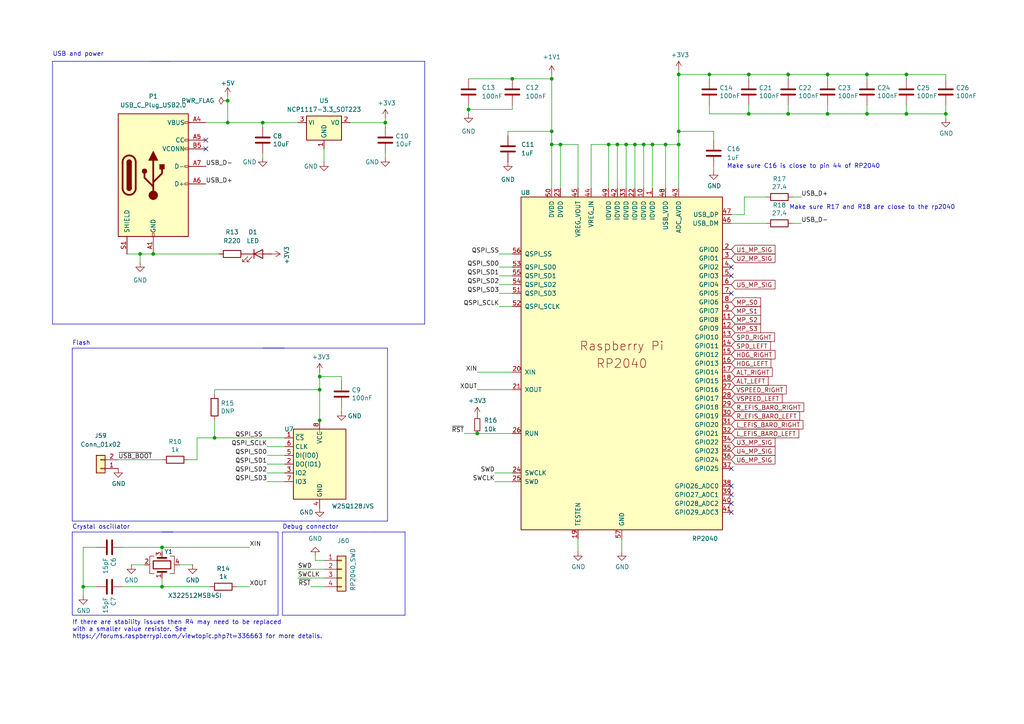
<source format=kicad_sch>
(kicad_sch (version 20231120) (generator "eeschema") (generator_version "8.0")
  (paper "A4")
  (title_block (title "FCU Mainboard schematics") (date "2024-03-05") (rev "1.0"))
  (lib_symbols
    (symbol "Connector:USB_C_Plug_USB2.0" (pin_names (offset 1.016))
      (property "Reference" "P" (at -10.16 19.05 0))
      (property "Value" "USB_C_Plug_USB2.0" (at 12.7 19.05 0))
      (symbol "USB_C_Plug_USB2.0_0_0"
        (rectangle (start -0.254 -17.78) (end 0.254 -16.764))
        (rectangle (start 10.16 -2.286) (end 9.144 -2.794))
        (rectangle (start 10.16 2.794) (end 9.144 2.286))
        (rectangle (start 10.16 7.874) (end 9.144 7.366))
        (rectangle (start 10.16 10.414) (end 9.144 9.906))
        (rectangle (start 10.16 15.494) (end 9.144 14.986))
      )
      (symbol "USB_C_Plug_USB2.0_0_1"
        (rectangle (start -10.16 17.78) (end 10.16 -17.78) (stroke (width 0.254)) (fill (type background)))
        (arc (start -8.89 -3.81) (mid -6.985 -5.7067) (end -5.08 -3.81) (stroke (width 0.508)))
        (arc (start -7.62 -3.81) (mid -6.985 -4.4423) (end -6.35 -3.81) (stroke (width 0.254)))
        (arc (start -7.62 -3.81) (mid -6.985 -4.4423) (end -6.35 -3.81) (stroke (width 0.254)) (fill (type outline)))
        (rectangle (start -7.62 -3.81) (end -6.35 3.81) (stroke (width 0.254)) (fill (type outline)))
        (arc (start -6.35 3.81) (mid -6.985 4.4423) (end -7.62 3.81) (stroke (width 0.254)))
        (arc (start -6.35 3.81) (mid -6.985 4.4423) (end -7.62 3.81) (stroke (width 0.254)) (fill (type outline)))
        (arc (start -5.08 3.81) (mid -6.985 5.7067) (end -8.89 3.81) (stroke (width 0.508)))
        (circle (center -2.54 1.143) (radius 0.635) (stroke (width 0.254)) (fill (type outline)))
        (circle (center 0 -5.842) (radius 1.27) (fill (type outline)))
        (polyline (pts (xy -8.89 -3.81) (xy -8.89 3.81)) (stroke (width 0.508)))
        (polyline (pts (xy -5.08 3.81) (xy -5.08 -3.81)) (stroke (width 0.508)))
        (polyline (pts (xy 0 -5.842) (xy 0 4.318)) (stroke (width 0.508)))
        (polyline (pts (xy 0 -3.302) (xy -2.54 -0.762) (xy -2.54 0.508)) (stroke (width 0.508)))
        (polyline (pts (xy 0 -2.032) (xy 2.54 0.508) (xy 2.54 1.778)) (stroke (width 0.508)))
        (polyline (pts (xy -1.27 4.318) (xy 0 6.858) (xy 1.27 4.318) (xy -1.27 4.318)) (stroke (width 0.254)) (fill (type outline)))
        (rectangle (start 1.905 1.778) (end 3.175 3.048) (stroke (width 0.254)) (fill (type outline)))
      )
      (symbol "USB_C_Plug_USB2.0_1_1"
        (pin passive line (at 0 -22.86 90) (length 5.08) (name "GND") (number "A1"))
        (pin passive line (at 0 -22.86 90) (length 5.08) hide (name "GND") (number "A12"))
        (pin passive line (at 15.24 15.24 180) (length 5.08) (name "VBUS") (number "A4"))
        (pin bidirectional line (at 15.24 10.16 180) (length 5.08) (name "CC") (number "A5"))
        (pin bidirectional line (at 15.24 -2.54 180) (length 5.08) (name "D+") (number "A6"))
        (pin bidirectional line (at 15.24 2.54 180) (length 5.08) (name "D-") (number "A7"))
        (pin passive line (at 15.24 15.24 180) (length 5.08) hide (name "VBUS") (number "A9"))
        (pin passive line (at 0 -22.86 90) (length 5.08) hide (name "GND") (number "B1"))
        (pin passive line (at 0 -22.86 90) (length 5.08) hide (name "GND") (number "B12"))
        (pin passive line (at 15.24 15.24 180) (length 5.08) hide (name "VBUS") (number "B4"))
        (pin bidirectional line (at 15.24 7.62 180) (length 5.08) (name "VCONN") (number "B5"))
        (pin passive line (at 15.24 15.24 180) (length 5.08) hide (name "VBUS") (number "B9"))
        (pin passive line (at -7.62 -22.86 90) (length 5.08) (name "SHIELD") (number "S1"))
      )
    )
    (symbol "Connector_Generic:Conn_01x02" (pin_names (offset 1.016) hide)
      (property "Reference" "J" (at 0 2.54 0))
      (property "Value" "Conn_01x02" (at 0 -5.08 0))
      (symbol "Conn_01x02_1_1"
        (rectangle (start -1.27 -2.413) (end 0 -2.667) (stroke (width 0.1524)))
        (rectangle (start -1.27 0.127) (end 0 -0.127) (stroke (width 0.1524)))
        (rectangle (start -1.27 1.27) (end 1.27 -3.81) (stroke (width 0.254)) (fill (type background)))
        (pin passive line (at -5.08 0 0) (length 3.81) (name "Pin_1") (number "1"))
        (pin passive line (at -5.08 -2.54 0) (length 3.81) (name "Pin_2") (number "2"))
      )
    )
    (symbol "Connector_Generic:Conn_01x04" (pin_names (offset 1.016) hide)
      (property "Reference" "J" (at 0 5.08 0))
      (property "Value" "Conn_01x04" (at 0 -7.62 0))
      (symbol "Conn_01x04_1_1"
        (rectangle (start -1.27 -4.953) (end 0 -5.207) (stroke (width 0.1524)))
        (rectangle (start -1.27 -2.413) (end 0 -2.667) (stroke (width 0.1524)))
        (rectangle (start -1.27 0.127) (end 0 -0.127) (stroke (width 0.1524)))
        (rectangle (start -1.27 2.667) (end 0 2.413) (stroke (width 0.1524)))
        (rectangle (start -1.27 3.81) (end 1.27 -6.35) (stroke (width 0.254)) (fill (type background)))
        (pin passive line (at -5.08 2.54 0) (length 3.81) (name "Pin_1") (number "1"))
        (pin passive line (at -5.08 0 0) (length 3.81) (name "Pin_2") (number "2"))
        (pin passive line (at -5.08 -2.54 0) (length 3.81) (name "Pin_3") (number "3"))
        (pin passive line (at -5.08 -5.08 0) (length 3.81) (name "Pin_4") (number "4"))
      )
    )
    (symbol "Custom_Symbols:RP2040" (pin_names (offset 1.016))
      (property "Reference" "U" (at -29.21 49.53 0))
      (property "Value" "RP2040" (at 24.13 -49.53 0))
      (symbol "RP2040_0_0"
        (text "Raspberry Pi" (at 0 5.08 0) (effects (font (size 2.54 2.54))))
        (text "RP2040" (at 0 0 0) (effects (font (size 2.54 2.54))))
      )
      (symbol "RP2040_0_1"
        (rectangle (start 29.21 48.26) (end -29.21 -48.26) (stroke (width 0.254)) (fill (type background)))
      )
      (symbol "RP2040_1_1"
        (pin power_in line (at 8.89 50.8 270) (length 2.54) (name "IOVDD") (number "1"))
        (pin power_in line (at 6.35 50.8 270) (length 2.54) (name "IOVDD") (number "10"))
        (pin bidirectional line (at 31.75 12.7 180) (length 2.54) (name "GPIO8") (number "11"))
        (pin bidirectional line (at 31.75 10.16 180) (length 2.54) (name "GPIO9") (number "12"))
        (pin bidirectional line (at 31.75 7.62 180) (length 2.54) (name "GPIO10") (number "13"))
        (pin bidirectional line (at 31.75 5.08 180) (length 2.54) (name "GPIO11") (number "14"))
        (pin bidirectional line (at 31.75 2.54 180) (length 2.54) (name "GPIO12") (number "15"))
        (pin bidirectional line (at 31.75 0 180) (length 2.54) (name "GPIO13") (number "16"))
        (pin bidirectional line (at 31.75 -2.54 180) (length 2.54) (name "GPIO14") (number "17"))
        (pin bidirectional line (at 31.75 -5.08 180) (length 2.54) (name "GPIO15") (number "18"))
        (pin passive line (at -12.7 -50.8 90) (length 2.54) (name "TESTEN") (number "19"))
        (pin bidirectional line (at 31.75 33.02 180) (length 2.54) (name "GPIO0") (number "2"))
        (pin input line (at -31.75 -2.54 0) (length 2.54) (name "XIN") (number "20"))
        (pin passive line (at -31.75 -7.62 0) (length 2.54) (name "XOUT") (number "21"))
        (pin power_in line (at 3.81 50.8 270) (length 2.54) (name "IOVDD") (number "22"))
        (pin power_in line (at -17.78 50.8 270) (length 2.54) (name "DVDD") (number "23"))
        (pin output line (at -31.75 -31.75 0) (length 2.54) (name "SWCLK") (number "24"))
        (pin bidirectional line (at -31.75 -34.29 0) (length 2.54) (name "SWD") (number "25"))
        (pin input line (at -31.75 -20.32 0) (length 2.54) (name "RUN") (number "26"))
        (pin bidirectional line (at 31.75 -7.62 180) (length 2.54) (name "GPIO16") (number "27"))
        (pin bidirectional line (at 31.75 -10.16 180) (length 2.54) (name "GPIO17") (number "28"))
        (pin bidirectional line (at 31.75 -12.7 180) (length 2.54) (name "GPIO18") (number "29"))
        (pin bidirectional line (at 31.75 30.48 180) (length 2.54) (name "GPIO1") (number "3"))
        (pin bidirectional line (at 31.75 -15.24 180) (length 2.54) (name "GPIO19") (number "30"))
        (pin bidirectional line (at 31.75 -17.78 180) (length 2.54) (name "GPIO20") (number "31"))
        (pin bidirectional line (at 31.75 -20.32 180) (length 2.54) (name "GPIO21") (number "32"))
        (pin power_in line (at 1.27 50.8 270) (length 2.54) (name "IOVDD") (number "33"))
        (pin bidirectional line (at 31.75 -22.86 180) (length 2.54) (name "GPIO22") (number "34"))
        (pin bidirectional line (at 31.75 -25.4 180) (length 2.54) (name "GPIO23") (number "35"))
        (pin bidirectional line (at 31.75 -27.94 180) (length 2.54) (name "GPIO24") (number "36"))
        (pin bidirectional line (at 31.75 -30.48 180) (length 2.54) (name "GPIO25") (number "37"))
        (pin bidirectional line (at 31.75 -35.56 180) (length 2.54) (name "GPIO26_ADC0") (number "38"))
        (pin bidirectional line (at 31.75 -38.1 180) (length 2.54) (name "GPIO27_ADC1") (number "39"))
        (pin bidirectional line (at 31.75 27.94 180) (length 2.54) (name "GPIO2") (number "4"))
        (pin bidirectional line (at 31.75 -40.64 180) (length 2.54) (name "GPIO28_ADC2") (number "40"))
        (pin bidirectional line (at 31.75 -43.18 180) (length 2.54) (name "GPIO29_ADC3") (number "41"))
        (pin power_in line (at -1.27 50.8 270) (length 2.54) (name "IOVDD") (number "42"))
        (pin power_in line (at 16.51 50.8 270) (length 2.54) (name "ADC_AVDD") (number "43"))
        (pin power_in line (at -8.89 50.8 270) (length 2.54) (name "VREG_IN") (number "44"))
        (pin power_out line (at -12.7 50.8 270) (length 2.54) (name "VREG_VOUT") (number "45"))
        (pin bidirectional line (at 31.75 40.64 180) (length 2.54) (name "USB_DM") (number "46"))
        (pin bidirectional line (at 31.75 43.18 180) (length 2.54) (name "USB_DP") (number "47"))
        (pin power_in line (at 12.7 50.8 270) (length 2.54) (name "USB_VDD") (number "48"))
        (pin power_in line (at -3.81 50.8 270) (length 2.54) (name "IOVDD") (number "49"))
        (pin bidirectional line (at 31.75 25.4 180) (length 2.54) (name "GPIO3") (number "5"))
        (pin power_in line (at -20.32 50.8 270) (length 2.54) (name "DVDD") (number "50"))
        (pin bidirectional line (at -31.75 20.32 0) (length 2.54) (name "QSPI_SD3") (number "51"))
        (pin output line (at -31.75 16.51 0) (length 2.54) (name "QSPI_SCLK") (number "52"))
        (pin bidirectional line (at -31.75 27.94 0) (length 2.54) (name "QSPI_SD0") (number "53"))
        (pin bidirectional line (at -31.75 22.86 0) (length 2.54) (name "QSPI_SD2") (number "54"))
        (pin bidirectional line (at -31.75 25.4 0) (length 2.54) (name "QSPI_SD1") (number "55"))
        (pin bidirectional line (at -31.75 31.75 0) (length 2.54) (name "QSPI_SS") (number "56"))
        (pin power_in line (at 0 -50.8 90) (length 2.54) (name "GND") (number "57"))
        (pin bidirectional line (at 31.75 22.86 180) (length 2.54) (name "GPIO4") (number "6"))
        (pin bidirectional line (at 31.75 20.32 180) (length 2.54) (name "GPIO5") (number "7"))
        (pin bidirectional line (at 31.75 17.78 180) (length 2.54) (name "GPIO6") (number "8"))
        (pin bidirectional line (at 31.75 15.24 180) (length 2.54) (name "GPIO7") (number "9"))
      )
    )
    (symbol "Device:C" (pin_numbers hide) (pin_names (offset 0.254))
      (property "Reference" "C" (at 0.635 2.54 0))
      (property "Value" "C" (at 0.635 -2.54 0))
      (symbol "C_0_1"
        (polyline (pts (xy -2.032 -0.762) (xy 2.032 -0.762)) (stroke (width 0.508)))
        (polyline (pts (xy -2.032 0.762) (xy 2.032 0.762)) (stroke (width 0.508)))
      )
      (symbol "C_1_1"
        (pin passive line (at 0 3.81 270) (length 2.794) (name "~") (number "1"))
        (pin passive line (at 0 -3.81 90) (length 2.794) (name "~") (number "2"))
      )
    )
    (symbol "Device:Crystal_GND24" (pin_names (offset 1.016) hide)
      (property "Reference" "Y" (at 3.175 5.08 0))
      (property "Value" "Crystal_GND24" (at 3.175 3.175 0))
      (symbol "Crystal_GND24_0_1"
        (rectangle (start -1.143 2.54) (end 1.143 -2.54) (stroke (width 0.3048)))
        (polyline (pts (xy -2.54 0) (xy -2.032 0)))
        (polyline (pts (xy -2.032 -1.27) (xy -2.032 1.27)) (stroke (width 0.508)))
        (polyline (pts (xy 0 -3.81) (xy 0 -3.556)))
        (polyline (pts (xy 0 3.556) (xy 0 3.81)))
        (polyline (pts (xy 2.032 -1.27) (xy 2.032 1.27)) (stroke (width 0.508)))
        (polyline (pts (xy 2.032 0) (xy 2.54 0)))
        (polyline (pts (xy -2.54 -2.286) (xy -2.54 -3.556) (xy 2.54 -3.556) (xy 2.54 -2.286)))
        (polyline (pts (xy -2.54 2.286) (xy -2.54 3.556) (xy 2.54 3.556) (xy 2.54 2.286)))
      )
      (symbol "Crystal_GND24_1_1"
        (pin passive line (at -3.81 0 0) (length 1.27) (name "1") (number "1"))
        (pin passive line (at 0 5.08 270) (length 1.27) (name "2") (number "2"))
        (pin passive line (at 3.81 0 180) (length 1.27) (name "3") (number "3"))
        (pin passive line (at 0 -5.08 90) (length 1.27) (name "4") (number "4"))
      )
    )
    (symbol "Device:LED" (pin_numbers hide) (pin_names (offset 1.016) hide)
      (property "Reference" "D" (at 0 2.54 0))
      (property "Value" "LED" (at 0 -2.54 0))
      (symbol "LED_0_1"
        (polyline (pts (xy -1.27 -1.27) (xy -1.27 1.27)) (stroke (width 0.254)))
        (polyline (pts (xy -1.27 0) (xy 1.27 0)))
        (polyline (pts (xy 1.27 -1.27) (xy 1.27 1.27) (xy -1.27 0) (xy 1.27 -1.27)) (stroke (width 0.254)))
        (polyline (pts (xy -3.048 -0.762) (xy -4.572 -2.286) (xy -3.81 -2.286) (xy -4.572 -2.286) (xy -4.572 -1.524)))
        (polyline (pts (xy -1.778 -0.762) (xy -3.302 -2.286) (xy -2.54 -2.286) (xy -3.302 -2.286) (xy -3.302 -1.524)))
      )
      (symbol "LED_1_1"
        (pin passive line (at -3.81 0 0) (length 2.54) (name "K") (number "1"))
        (pin passive line (at 3.81 0 180) (length 2.54) (name "A") (number "2"))
      )
    )
    (symbol "Device:R" (pin_numbers hide) (pin_names (offset 0))
      (property "Reference" "R" (at 2.032 0 90))
      (property "Value" "R" (at 0 0 90))
      (symbol "R_0_1"
        (rectangle (start -1.016 -2.54) (end 1.016 2.54) (stroke (width 0.254)))
      )
      (symbol "R_1_1"
        (pin passive line (at 0 3.81 270) (length 1.27) (name "~") (number "1"))
        (pin passive line (at 0 -3.81 90) (length 1.27) (name "~") (number "2"))
      )
    )
    (symbol "Device:R_Small" (pin_numbers hide) (pin_names (offset 0.254) hide)
      (property "Reference" "R" (at 0.762 0.508 0))
      (property "Value" "R_Small" (at 0.762 -1.016 0))
      (symbol "R_Small_0_1"
        (rectangle (start -0.762 1.778) (end 0.762 -1.778) (stroke (width 0.2032)))
      )
      (symbol "R_Small_1_1"
        (pin passive line (at 0 2.54 270) (length 0.762) (name "~") (number "1"))
        (pin passive line (at 0 -2.54 90) (length 0.762) (name "~") (number "2"))
      )
    )
    (symbol "Memory_Flash:W25Q128JVS"
      (property "Reference" "U" (at -8.89 8.89 0))
      (property "Value" "W25Q128JVS" (at 7.62 8.89 0))
      (symbol "W25Q128JVS_0_1"
        (rectangle (start -7.62 10.16) (end 7.62 -10.16) (stroke (width 0.254)) (fill (type background)))
      )
      (symbol "W25Q128JVS_1_1"
        (pin input line (at -10.16 7.62 0) (length 2.54) (name "~{CS}") (number "1"))
        (pin bidirectional line (at -10.16 0 0) (length 2.54) (name "DO(IO1)") (number "2"))
        (pin bidirectional line (at -10.16 -2.54 0) (length 2.54) (name "IO2") (number "3"))
        (pin power_in line (at 0 -12.7 90) (length 2.54) (name "GND") (number "4"))
        (pin bidirectional line (at -10.16 2.54 0) (length 2.54) (name "DI(IO0)") (number "5"))
        (pin input line (at -10.16 5.08 0) (length 2.54) (name "CLK") (number "6"))
        (pin bidirectional line (at -10.16 -5.08 0) (length 2.54) (name "IO3") (number "7"))
        (pin power_in line (at 0 12.7 270) (length 2.54) (name "VCC") (number "8"))
      )
    )
    (symbol "Regulator_Linear:NCP1117-3.3_SOT223"
      (property "Reference" "U" (at -3.81 3.175 0))
      (property "Value" "NCP1117-3.3_SOT223" (at 0 3.175 0))
      (symbol "NCP1117-3.3_SOT223_0_1"
        (rectangle (start -5.08 -5.08) (end 5.08 1.905) (stroke (width 0.254)) (fill (type background)))
      )
      (symbol "NCP1117-3.3_SOT223_1_1"
        (pin power_in line (at 0 -7.62 90) (length 2.54) (name "GND") (number "1"))
        (pin power_out line (at 7.62 0 180) (length 2.54) (name "VO") (number "2"))
        (pin power_in line (at -7.62 0 0) (length 2.54) (name "VI") (number "3"))
      )
    )
    (symbol "power:+1V1" (power) (pin_numbers hide) (pin_names (offset 0) hide)
      (property "Value" "+1V1" (at 0 3.556 0))
      (symbol "+1V1_0_1"
        (polyline (pts (xy -0.762 1.27) (xy 0 2.54)))
        (polyline (pts (xy 0 0) (xy 0 2.54)))
        (polyline (pts (xy 0 2.54) (xy 0.762 1.27)))
      )
      (symbol "+1V1_1_1"
        (pin power_in line (at 0 0 90) (length 0) (name "~") (number "1"))
      )
    )
    (symbol "power:+3V3" (power) (pin_numbers hide) (pin_names (offset 0) hide)
      (property "Value" "+3V3" (at 0 3.556 0))
      (symbol "+3V3_0_1"
        (polyline (pts (xy -0.762 1.27) (xy 0 2.54)))
        (polyline (pts (xy 0 0) (xy 0 2.54)))
        (polyline (pts (xy 0 2.54) (xy 0.762 1.27)))
      )
      (symbol "+3V3_1_1"
        (pin power_in line (at 0 0 90) (length 0) (name "~") (number "1"))
      )
    )
    (symbol "power:+5V" (power) (pin_numbers hide) (pin_names (offset 0) hide)
      (property "Value" "+5V" (at 0 3.556 0))
      (symbol "+5V_0_1"
        (polyline (pts (xy -0.762 1.27) (xy 0 2.54)))
        (polyline (pts (xy 0 0) (xy 0 2.54)))
        (polyline (pts (xy 0 2.54) (xy 0.762 1.27)))
      )
      (symbol "+5V_1_1"
        (pin power_in line (at 0 0 90) (length 0) (name "~") (number "1"))
      )
    )
    (symbol "power:GND" (power) (pin_numbers hide) (pin_names (offset 0) hide)
      (property "Value" "GND" (at 0 -3.81 0))
      (symbol "GND_0_1"
        (polyline (pts (xy 0 0) (xy 0 -1.27) (xy 1.27 -1.27) (xy 0 -2.54) (xy -1.27 -1.27) (xy 0 -1.27)))
      )
      (symbol "GND_1_1"
        (pin power_in line (at 0 0 270) (length 0) (name "~") (number "1"))
      )
    )
    (symbol "power:PWR_FLAG" (power) (pin_numbers hide) (pin_names (offset 0) hide)
      (property "Value" "PWR_FLAG" (at 0 3.81 0))
      (symbol "PWR_FLAG_0_0"
        (pin power_out line (at 0 0 90) (length 0) (name "~") (number "1"))
      )
      (symbol "PWR_FLAG_0_1"
        (polyline (pts (xy 0 0) (xy 0 1.27) (xy -1.016 1.905) (xy 0 2.54) (xy 1.016 1.905) (xy 0 1.27)))
      )
    )
  )
  (junction (at 181.61 41.91))
  (junction (at 135.89 31.75))
  (junction (at 160.02 41.91))
  (junction (at 205.74 21.59))
  (junction (at 217.17 33.02))
  (junction (at 228.6 21.59))
  (junction (at 262.89 33.02))
  (junction (at 92.71 109.22))
  (junction (at 24.13 170.18))
  (junction (at 274.32 33.02))
  (junction (at 162.56 41.91))
  (junction (at 66.04 35.56))
  (junction (at 138.43 125.73))
  (junction (at 40.64 73.66))
  (junction (at 179.07 41.91))
  (junction (at 196.85 21.59))
  (junction (at 262.89 21.59))
  (junction (at 176.53 41.91))
  (junction (at 251.46 21.59))
  (junction (at 196.85 41.91))
  (junction (at 217.17 21.59))
  (junction (at 44.45 73.66))
  (junction (at 160.02 22.86))
  (junction (at 92.71 121.92))
  (junction (at 92.71 113.03))
  (junction (at 228.6 33.02))
  (junction (at 111.76 35.56))
  (junction (at 62.23 127))
  (junction (at 46.99 170.18))
  (junction (at 193.04 41.91))
  (junction (at 76.2 35.56))
  (junction (at 184.15 41.91))
  (junction (at 240.03 21.59))
  (junction (at 189.23 41.91))
  (junction (at 196.85 38.1))
  (junction (at 148.59 22.86))
  (junction (at 46.99 158.75))
  (junction (at 240.03 33.02))
  (junction (at 160.02 38.1))
  (junction (at 186.69 41.91))
  (junction (at 66.04 29.21))
  (junction (at 251.46 33.02))
  (no_connect (at 212.09 80.01))
  (no_connect (at 212.09 85.09))
  (no_connect (at 59.69 40.64))
  (no_connect (at 59.69 43.18))
  (no_connect (at 212.09 77.47))
  (no_connect (at 212.09 148.59))
  (no_connect (at 212.09 140.97))
  (no_connect (at 212.09 135.89))
  (no_connect (at 212.09 143.51))
  (no_connect (at 212.09 146.05))
  (wire (pts (xy 171.45 54.61) (xy 171.45 41.91)))
  (wire (pts (xy 27.94 158.75) (xy 24.13 158.75)))
  (wire (pts (xy 144.78 80.01) (xy 148.59 80.01)))
  (wire (pts (xy 274.32 30.48) (xy 274.32 33.02)))
  (wire (pts (xy 228.6 22.86) (xy 228.6 21.59)))
  (wire (pts (xy 44.45 73.66) (xy 63.5 73.66)))
  (polyline (pts (xy 20.955 151.13) (xy 112.395 151.13)))
  (wire (pts (xy 57.15 133.35) (xy 57.15 127)))
  (polyline (pts (xy 81.915 154.305) (xy 108.585 154.305)))
  (polyline (pts (xy 112.395 151.13) (xy 112.395 100.965)))
  (wire (pts (xy 62.23 121.92) (xy 62.23 127)))
  (wire (pts (xy 228.6 21.59) (xy 240.03 21.59)))
  (wire (pts (xy 144.78 77.47) (xy 148.59 77.47)))
  (wire (pts (xy 138.43 107.95) (xy 148.59 107.95)))
  (wire (pts (xy 46.99 167.64) (xy 46.99 170.18)))
  (wire (pts (xy 66.04 29.21) (xy 66.04 35.56)))
  (wire (pts (xy 212.09 62.23) (xy 215.9 62.23)))
  (polyline (pts (xy 80.645 178.435) (xy 80.645 154.305)))
  (wire (pts (xy 24.13 158.75) (xy 24.13 170.18)))
  (wire (pts (xy 176.53 41.91) (xy 179.07 41.91)))
  (polyline (pts (xy 81.915 178.435) (xy 108.585 178.435)))
  (wire (pts (xy 99.06 110.49) (xy 99.06 109.22)))
  (wire (pts (xy 262.89 33.02) (xy 274.32 33.02)))
  (wire (pts (xy 167.64 156.21) (xy 167.64 160.02)))
  (wire (pts (xy 148.59 22.86) (xy 160.02 22.86)))
  (wire (pts (xy 262.89 21.59) (xy 274.32 21.59)))
  (polyline (pts (xy 20.955 154.305) (xy 20.955 178.435)))
  (wire (pts (xy 55.88 163.83) (xy 52.07 163.83)))
  (wire (pts (xy 262.89 30.48) (xy 262.89 33.02)))
  (polyline (pts (xy 117.475 154.305) (xy 117.475 178.435)))
  (wire (pts (xy 262.89 22.86) (xy 262.89 21.59)))
  (wire (pts (xy 90.17 170.18) (xy 93.98 170.18)))
  (wire (pts (xy 46.99 158.75) (xy 35.56 158.75)))
  (wire (pts (xy 93.98 43.18) (xy 93.98 46.99)))
  (wire (pts (xy 46.99 158.75) (xy 46.99 160.02)))
  (wire (pts (xy 62.23 127) (xy 82.55 127)))
  (wire (pts (xy 111.76 35.56) (xy 111.76 34.29)))
  (wire (pts (xy 77.47 129.54) (xy 82.55 129.54)))
  (wire (pts (xy 144.78 85.09) (xy 148.59 85.09)))
  (wire (pts (xy 217.17 30.48) (xy 217.17 33.02)))
  (wire (pts (xy 251.46 33.02) (xy 262.89 33.02)))
  (wire (pts (xy 38.1 163.83) (xy 41.91 163.83)))
  (wire (pts (xy 92.71 107.95) (xy 92.71 109.22)))
  (wire (pts (xy 162.56 54.61) (xy 162.56 41.91)))
  (wire (pts (xy 207.01 38.1) (xy 196.85 38.1)))
  (wire (pts (xy 91.44 162.56) (xy 93.98 162.56)))
  (wire (pts (xy 160.02 21.59) (xy 160.02 22.86)))
  (wire (pts (xy 76.2 36.83) (xy 76.2 35.56)))
  (polyline (pts (xy 15.24 17.78) (xy 15.24 93.98)))
  (wire (pts (xy 24.13 170.18) (xy 27.94 170.18)))
  (wire (pts (xy 147.32 38.1) (xy 147.32 39.37)))
  (wire (pts (xy 212.09 64.77) (xy 222.25 64.77)))
  (wire (pts (xy 135.89 22.86) (xy 148.59 22.86)))
  (wire (pts (xy 196.85 21.59) (xy 196.85 38.1)))
  (wire (pts (xy 86.36 167.64) (xy 93.98 167.64)))
  (wire (pts (xy 54.61 133.35) (xy 57.15 133.35)))
  (wire (pts (xy 160.02 41.91) (xy 162.56 41.91)))
  (wire (pts (xy 240.03 21.59) (xy 251.46 21.59)))
  (wire (pts (xy 217.17 21.59) (xy 228.6 21.59)))
  (wire (pts (xy 205.74 21.59) (xy 217.17 21.59)))
  (polyline (pts (xy 108.585 154.305) (xy 117.475 154.305)))
  (wire (pts (xy 217.17 33.02) (xy 228.6 33.02)))
  (wire (pts (xy 40.64 73.66) (xy 44.45 73.66)))
  (polyline (pts (xy 76.2 100.965) (xy 112.395 100.965)))
  (wire (pts (xy 138.43 125.73) (xy 148.59 125.73)))
  (wire (pts (xy 24.13 170.18) (xy 24.13 172.72)))
  (wire (pts (xy 232.41 64.77) (xy 229.87 64.77)))
  (wire (pts (xy 196.85 38.1) (xy 196.85 41.91)))
  (wire (pts (xy 76.2 44.45) (xy 76.2 45.72)))
  (wire (pts (xy 193.04 41.91) (xy 196.85 41.91)))
  (wire (pts (xy 207.01 49.53) (xy 207.01 48.26)))
  (wire (pts (xy 35.56 170.18) (xy 46.99 170.18)))
  (wire (pts (xy 189.23 41.91) (xy 193.04 41.91)))
  (polyline (pts (xy 81.915 154.305) (xy 81.915 178.435)))
  (wire (pts (xy 180.34 160.02) (xy 180.34 156.21)))
  (wire (pts (xy 205.74 22.86) (xy 205.74 21.59)))
  (wire (pts (xy 160.02 22.86) (xy 160.02 38.1)))
  (wire (pts (xy 143.51 139.7) (xy 148.59 139.7)))
  (wire (pts (xy 186.69 41.91) (xy 189.23 41.91)))
  (wire (pts (xy 138.43 113.03) (xy 148.59 113.03)))
  (wire (pts (xy 91.44 161.29) (xy 91.44 162.56)))
  (wire (pts (xy 167.64 41.91) (xy 162.56 41.91)))
  (wire (pts (xy 189.23 41.91) (xy 189.23 54.61)))
  (wire (pts (xy 92.71 113.03) (xy 92.71 121.92)))
  (wire (pts (xy 135.89 31.75) (xy 135.89 30.48)))
  (wire (pts (xy 184.15 54.61) (xy 184.15 41.91)))
  (polyline (pts (xy 50.165 154.305) (xy 20.955 154.305)))
  (wire (pts (xy 179.07 41.91) (xy 181.61 41.91)))
  (wire (pts (xy 144.78 73.66) (xy 148.59 73.66)))
  (wire (pts (xy 228.6 30.48) (xy 228.6 33.02)))
  (wire (pts (xy 92.71 121.92) (xy 92.71 125.73)))
  (wire (pts (xy 228.6 33.02) (xy 240.03 33.02)))
  (polyline (pts (xy 46.99 154.305) (xy 80.645 154.305)))
  (wire (pts (xy 111.76 44.45) (xy 111.76 45.72)))
  (wire (pts (xy 217.17 22.86) (xy 217.17 21.59)))
  (wire (pts (xy 207.01 40.64) (xy 207.01 38.1)))
  (polyline (pts (xy 43.815 17.78) (xy 123.19 17.78)))
  (wire (pts (xy 99.06 109.22) (xy 92.71 109.22)))
  (wire (pts (xy 215.9 62.23) (xy 215.9 57.15)))
  (wire (pts (xy 251.46 30.48) (xy 251.46 33.02)))
  (wire (pts (xy 92.71 113.03) (xy 62.23 113.03)))
  (wire (pts (xy 82.55 137.16) (xy 77.47 137.16)))
  (wire (pts (xy 82.55 132.08) (xy 77.47 132.08)))
  (wire (pts (xy 66.04 27.94) (xy 66.04 29.21)))
  (wire (pts (xy 92.71 109.22) (xy 92.71 113.03)))
  (wire (pts (xy 148.59 31.75) (xy 135.89 31.75)))
  (wire (pts (xy 186.69 54.61) (xy 186.69 41.91)))
  (wire (pts (xy 46.99 170.18) (xy 60.96 170.18)))
  (wire (pts (xy 176.53 54.61) (xy 176.53 41.91)))
  (wire (pts (xy 251.46 22.86) (xy 251.46 21.59)))
  (wire (pts (xy 205.74 33.02) (xy 217.17 33.02)))
  (wire (pts (xy 240.03 30.48) (xy 240.03 33.02)))
  (polyline (pts (xy 20.955 100.965) (xy 20.955 151.13)))
  (wire (pts (xy 193.04 54.61) (xy 193.04 41.91)))
  (wire (pts (xy 62.23 113.03) (xy 62.23 114.3)))
  (wire (pts (xy 160.02 41.91) (xy 160.02 54.61)))
  (wire (pts (xy 181.61 54.61) (xy 181.61 41.91)))
  (polyline (pts (xy 117.475 178.435) (xy 108.585 178.435)))
  (wire (pts (xy 215.9 57.15) (xy 222.25 57.15)))
  (wire (pts (xy 232.41 57.15) (xy 229.87 57.15)))
  (wire (pts (xy 82.55 139.7) (xy 77.47 139.7)))
  (wire (pts (xy 36.83 73.66) (xy 40.64 73.66)))
  (wire (pts (xy 57.15 127) (xy 62.23 127)))
  (wire (pts (xy 179.07 54.61) (xy 179.07 41.91)))
  (wire (pts (xy 274.32 22.86) (xy 274.32 21.59)))
  (wire (pts (xy 196.85 20.32) (xy 196.85 21.59)))
  (wire (pts (xy 66.04 35.56) (xy 76.2 35.56)))
  (wire (pts (xy 111.76 36.83) (xy 111.76 35.56)))
  (wire (pts (xy 171.45 41.91) (xy 176.53 41.91)))
  (wire (pts (xy 240.03 22.86) (xy 240.03 21.59)))
  (wire (pts (xy 196.85 41.91) (xy 196.85 54.61)))
  (wire (pts (xy 46.99 133.35) (xy 34.29 133.35)))
  (polyline (pts (xy 15.24 93.98) (xy 123.19 93.98)))
  (wire (pts (xy 72.39 170.18) (xy 68.58 170.18)))
  (wire (pts (xy 160.02 38.1) (xy 160.02 41.91)))
  (wire (pts (xy 144.78 82.55) (xy 148.59 82.55)))
  (polyline (pts (xy 20.955 178.435) (xy 80.645 178.435)))
  (wire (pts (xy 72.39 158.75) (xy 46.99 158.75)))
  (wire (pts (xy 160.02 38.1) (xy 147.32 38.1)))
  (wire (pts (xy 196.85 21.59) (xy 205.74 21.59)))
  (wire (pts (xy 148.59 30.48) (xy 148.59 31.75)))
  (wire (pts (xy 240.03 33.02) (xy 251.46 33.02)))
  (wire (pts (xy 167.64 54.61) (xy 167.64 41.91)))
  (wire (pts (xy 205.74 30.48) (xy 205.74 33.02)))
  (polyline (pts (xy 123.19 93.98) (xy 123.19 17.78)))
  (wire (pts (xy 274.32 34.29) (xy 274.32 33.02)))
  (wire (pts (xy 134.62 125.73) (xy 138.43 125.73)))
  (wire (pts (xy 101.6 35.56) (xy 111.76 35.56)))
  (wire (pts (xy 181.61 41.91) (xy 184.15 41.91)))
  (wire (pts (xy 184.15 41.91) (xy 186.69 41.91)))
  (wire (pts (xy 143.51 137.16) (xy 148.59 137.16)))
  (wire (pts (xy 59.69 35.56) (xy 66.04 35.56)))
  (wire (pts (xy 251.46 21.59) (xy 262.89 21.59)))
  (wire (pts (xy 86.36 165.1) (xy 93.98 165.1)))
  (wire (pts (xy 82.55 134.62) (xy 77.47 134.62)))
  (wire (pts (xy 99.06 118.11) (xy 99.06 119.38)))
  (polyline (pts (xy 82.55 100.965) (xy 20.955 100.965)))
  (wire (pts (xy 40.64 76.2) (xy 40.64 73.66)))
  (wire (pts (xy 135.89 33.02) (xy 135.89 31.75)))
  (wire (pts (xy 86.36 35.56) (xy 76.2 35.56)))
  (polyline (pts (xy 49.53 17.78) (xy 15.24 17.78)))
  (wire (pts (xy 144.78 88.9) (xy 148.59 88.9)))
  (text "USB and power" (at 15.24 16.51 0) (effects (font (size 1.27 1.27)) (justify left bottom)))
  (text "Flash" (at 20.955 100.33 0) (effects (font (size 1.27 1.27)) (justify left bottom)))
  (text "Make sure C16 is close to pin 44 of RP2040" (at 210.82 49.022 0) (effects (font (size 1.27 1.27)) (justify left bottom)))
  (text "Crystal oscillator" (at 20.955 153.67 0) (effects (font (size 1.27 1.27)) (justify left bottom)))
  (text "If there are stability issues then R4 may need to be replaced\nwith a smaller value resistor. See \nhttps://forums.raspberrypi.com/viewtopic.php?t=336663 for more details." (at 20.955 185.42 0) (effects (font (size 1.27 1.27)) (justify left bottom)))
  (text "Debug connector" (at 81.915 153.67 0) (effects (font (size 1.27 1.27)) (justify left bottom)))
  (text "Make sure R17 and R18 are close to the rp2040" (at 252.984 60.198 0) (effects (font (size 1.27 1.27))))
  (label "QSPI_SCLK" (at 144.78 88.9 180))
  (label "QSPI_SS" (at 76.2 127 180))
  (label "~{RST}" (at 90.17 170.18 180))
  (label "XOUT" (at 72.39 170.18 0))
  (label "QSPI_SD0" (at 144.78 77.47 180))
  (label "XIN" (at 138.43 107.95 180))
  (label "~{USB_BOOT}" (at 34.29 133.35 0))
  (label "XOUT" (at 138.43 113.03 180))
  (label "XIN" (at 72.39 158.75 0))
  (label "QSPI_SD2" (at 77.47 137.16 180))
  (label "QSPI_SD0" (at 77.47 132.08 180))
  (label "SWD" (at 86.36 165.1 0))
  (label "SWCLK" (at 86.36 167.64 0))
  (label "QSPI_SCLK" (at 77.47 129.54 180))
  (label "~{RST}" (at 134.62 125.73 180))
  (label "USB_D-" (at 59.69 48.26 0))
  (label "QSPI_SD1" (at 144.78 80.01 180))
  (label "USB_D+" (at 59.69 53.34 0))
  (label "SWD" (at 143.51 137.16 180))
  (label "QSPI_SD2" (at 144.78 82.55 180))
  (label "USB_D+" (at 232.41 57.15 0))
  (label "USB_D-" (at 232.41 64.77 0))
  (label "QSPI_SD3" (at 144.78 85.09 180))
  (label "QSPI_SS" (at 144.78 73.66 180))
  (label "QSPI_SD1" (at 77.47 134.62 180))
  (label "SWCLK" (at 143.51 139.7 180))
  (label "QSPI_SD3" (at 77.47 139.7 180))
  (global_label "U4_MP_SIG" (shape input) (at 212.09 130.81 0) (property "Intersheetrefs" "${INTERSHEET_REFS}" (effects (hide yes))))
  (global_label "HDG_LEFT" (shape input) (at 212.09 105.41 0) (property "Intersheetrefs" "${INTERSHEET_REFS}" (effects (hide yes))))
  (global_label "MP_S0" (shape input) (at 212.09 87.63 0) (property "Intersheetrefs" "${INTERSHEET_REFS}" (effects (hide yes))))
  (global_label "VSPEED_LEFT" (shape input) (at 212.09 115.57 0) (property "Intersheetrefs" "${INTERSHEET_REFS}" (effects (hide yes))))
  (global_label "MP_S2" (shape input) (at 212.09 92.71 0) (property "Intersheetrefs" "${INTERSHEET_REFS}" (effects (hide yes))))
  (global_label "U3_MP_SIG" (shape input) (at 212.09 128.27 0) (property "Intersheetrefs" "${INTERSHEET_REFS}" (effects (hide yes))))
  (global_label "U1_MP_SIG" (shape input) (at 212.09 72.39 0) (property "Intersheetrefs" "${INTERSHEET_REFS}" (effects (hide yes))))
  (global_label "U5_MP_SIG" (shape input) (at 212.09 82.55 0) (property "Intersheetrefs" "${INTERSHEET_REFS}" (effects (hide yes))))
  (global_label "R_EFIS_BARO_LEFT" (shape input) (at 212.09 120.65 0) (property "Intersheetrefs" "${INTERSHEET_REFS}" (effects (hide yes))))
  (global_label "L_EFIS_BARO_RIGHT" (shape input) (at 212.09 123.19 0) (property "Intersheetrefs" "${INTERSHEET_REFS}" (effects (hide yes))))
  (global_label "HDG_RIGHT" (shape input) (at 212.09 102.87 0) (property "Intersheetrefs" "${INTERSHEET_REFS}" (effects (hide yes))))
  (global_label "U2_MP_SIG" (shape input) (at 212.09 74.93 0) (property "Intersheetrefs" "${INTERSHEET_REFS}" (effects (hide yes))))
  (global_label "SPD_LEFT" (shape input) (at 212.09 100.33 0) (property "Intersheetrefs" "${INTERSHEET_REFS}" (effects (hide yes))))
  (global_label "MP_S1" (shape input) (at 212.09 90.17 0) (property "Intersheetrefs" "${INTERSHEET_REFS}" (effects (hide yes))))
  (global_label "SPD_RIGHT" (shape input) (at 212.09 97.79 0) (property "Intersheetrefs" "${INTERSHEET_REFS}" (effects (hide yes))))
  (global_label "VSPEED_RIGHT" (shape input) (at 212.09 113.03 0) (property "Intersheetrefs" "${INTERSHEET_REFS}" (effects (hide yes))))
  (global_label "ALT_LEFT" (shape input) (at 212.09 110.49 0) (property "Intersheetrefs" "${INTERSHEET_REFS}" (effects (hide yes))))
  (global_label "U6_MP_SIG" (shape input) (at 212.09 133.35 0) (property "Intersheetrefs" "${INTERSHEET_REFS}" (effects (hide yes))))
  (global_label "MP_S3" (shape input) (at 212.09 95.25 0) (property "Intersheetrefs" "${INTERSHEET_REFS}" (effects (hide yes))))
  (global_label "L_EFIS_BARO_LEFT" (shape input) (at 212.09 125.73 0) (property "Intersheetrefs" "${INTERSHEET_REFS}" (effects (hide yes))))
  (global_label "ALT_RIGHT" (shape input) (at 212.09 107.95 0) (property "Intersheetrefs" "${INTERSHEET_REFS}" (effects (hide yes))))
  (global_label "R_EFIS_BARO_RIGHT" (shape input) (at 212.09 118.11 0) (property "Intersheetrefs" "${INTERSHEET_REFS}" (effects (hide yes))))
  (symbol (lib_id "power:GND") (at 167.64 160.02 0) (unit 1)
    (property "Reference" "#PWR079" (effects (hide yes)))
    (property "Value" "GND" (at 167.767 164.4142 0))
    (property "Description" "Power symbol creates a global label with name \"GND\" , ground" (effects (hide yes)))
  )
  (symbol (lib_id "Device:R") (at 226.06 57.15 270) (unit 1)
    (property "Reference" "R17" (at 226.06 51.8922 90))
    (property "Value" "27.4" (at 226.06 54.2036 90))
    (property "Footprint" "Resistor_SMD:R_0402_1005Metric" (effects (hide yes)))
    (property "MPN - JLCPCB" "C25190" (effects (hide yes)))
  )
  (symbol (lib_id "Device:C") (at 207.01 44.45 0) (unit 1)
    (property "Reference" "C16" (at 210.82 43.1799 0) (effects (justify left)))
    (property "Value" "1uF" (at 210.82 45.7199 0) (effects (justify left)))
    (property "Footprint" "Custom_Footprints:Perfect_0402" (effects (hide yes)))
    (property "Description" "Unpolarized capacitor" (effects (hide yes)))
  )
  (symbol (lib_id "Device:C") (at 148.59 26.67 0) (unit 1)
    (property "Reference" "C12" (at 152.4 25.3999 0) (effects (justify left)))
    (property "Value" "100nF" (at 152.4 27.9399 0) (effects (justify left)))
    (property "Footprint" "Custom_Footprints:Perfect_0402" (effects (hide yes)))
    (property "Description" "Unpolarized capacitor" (effects (hide yes)))
  )
  (symbol (lib_id "Memory_Flash:W25Q128JVS") (at 92.71 134.62 0) (unit 1)
    (property "Reference" "U7" (at 83.82 124.46 0))
    (property "Value" "W25Q128JVS" (at 102.362 146.812 0))
    (property "Footprint" "Package_SO:SOIC-8_5.23x5.23mm_P1.27mm" (effects (hide yes)))
    (property "Datasheet" "http://www.winbond.com/resource-files/w25q128jv_dtr%20revc%2003272018%20plus.pdf" (effects (hide yes)))
    (property "Description" "128Mb Serial Flash Memory, Standard/Dual/Quad SPI, SOIC-8" (effects (hide yes)))
    (property "MPN - JLCPCB" "C97521" (effects (hide yes)))
  )
  (symbol (lib_id "power:GND") (at 135.89 33.02 0) (unit 1)
    (property "Reference" "#PWR068" (effects (hide yes)))
    (property "Value" "GND" (at 135.89 38.1 0))
    (property "Description" "Power symbol creates a global label with name \"GND\" , ground" (effects (hide yes)))
  )
  (symbol (lib_id "Device:C") (at 262.89 26.67 0) (unit 1)
    (property "Reference" "C25" (at 265.811 25.5016 0) (effects (justify left)))
    (property "Value" "100nF" (at 265.811 27.813 0) (effects (justify left)))
    (property "Footprint" "Custom_Footprints:Perfect_0402" (effects (hide yes)))
    (property "MPN - JLCPCB" "C52923" (effects (hide yes)))
  )
  (symbol (lib_id "Device:Crystal_GND24") (at 46.99 163.83 90) (unit 1)
    (property "Reference" "Y1" (at 48.895 160.02 90))
    (property "Value" "X322512MSB4SI" (at 56.515 172.72 90))
    (property "Footprint" "Crystal:Crystal_SMD_3225-4Pin_3.2x2.5mm" (effects (hide yes)))
    (property "MPN - JLCPCB" "C9002" (effects (hide yes)))
  )
  (symbol (lib_id "power:+3V3") (at 92.71 107.95 0) (unit 1)
    (property "Reference" "#PWR059" (effects (hide yes)))
    (property "Value" "+3V3" (at 93.091 103.5558 0))
    (property "Description" "Power symbol creates a global label with name \"+3V3\"" (effects (hide yes)))
  )
  (symbol (lib_id "Device:C") (at 135.89 26.67 0) (unit 1)
    (property "Reference" "C13" (at 139.7 25.3999 0) (effects (justify left)))
    (property "Value" "100nF" (at 139.7 27.9399 0) (effects (justify left)))
    (property "Footprint" "Custom_Footprints:Perfect_0402" (effects (hide yes)))
    (property "Description" "Unpolarized capacitor" (effects (hide yes)))
  )
  (symbol (lib_id "power:GND") (at 38.1 163.83 0) (unit 1)
    (property "Reference" "#PWR056" (effects (hide yes)))
    (property "Value" "GND" (at 38.1 168.275 0))
    (property "Description" "Power symbol creates a global label with name \"GND\" , ground" (effects (hide yes)))
  )
  (symbol (lib_id "Device:C") (at 217.17 26.67 0) (unit 1)
    (property "Reference" "C21" (at 220.091 25.5016 0) (effects (justify left)))
    (property "Value" "100nF" (at 220.091 27.813 0) (effects (justify left)))
    (property "Footprint" "Custom_Footprints:Perfect_0402" (effects (hide yes)))
    (property "MPN - JLCPCB" "C52923" (effects (hide yes)))
  )
  (symbol (lib_id "Custom_Symbols:RP2040") (at 180.34 105.41 0) (unit 1)
    (property "Reference" "U8" (at 152.4 55.88 0))
    (property "Value" "RP2040" (at 204.47 156.21 0))
    (property "Footprint" "Custom_Footprints:QFN-56-1EP_7x7mm_P0.4mm_EP3.2x3.2mm" (effects (hide yes)))
    (property "Datasheet" "https://datasheets.raspberrypi.com/rp2040/rp2040-datasheet.pdf" (effects (hide yes)))
    (property "Description" "RP2040 microcontroller" (effects (hide yes)))
    (property "MPN - JLCPCB" "C2040" (effects (hide yes)))
  )
  (symbol (lib_id "Connector_Generic:Conn_01x04") (at 99.06 165.1 0) (unit 1)
    (property "Reference" "J60" (at 97.79 156.845 0) (effects (justify left)))
    (property "Value" "RP2040_SWD" (at 102.362 171.45 90) (effects (justify left)))
    (property "Footprint" "Connector_PinHeader_2.54mm:PinHeader_1x04_P2.54mm_Vertical" (effects (hide yes)))
    (property "Description" "Generic connector, single row, 01x04, script generated (kicad-library-utils/schlib/autogen/connector/)" (effects (hide yes)))
  )
  (symbol (lib_id "power:GND") (at 93.98 46.99 0) (unit 1)
    (property "Reference" "#PWR058" (effects (hide yes)))
    (property "Value" "GND" (at 90.17 48.26 0))
    (property "Description" "Power symbol creates a global label with name \"GND\" , ground" (effects (hide yes)))
  )
  (symbol (lib_id "Connector_Generic:Conn_01x02") (at 29.21 135.89 180) (unit 1)
    (property "Reference" "J59" (at 29.21 126.365 0))
    (property "Value" "Conn_01x02" (at 29.21 128.905 0))
    (property "Footprint" "Connector_PinHeader_2.54mm:PinHeader_1x02_P2.54mm_Vertical" (effects (hide yes)))
  )
  (symbol (lib_id "power:GND") (at 91.44 161.29 180) (unit 1)
    (property "Reference" "#PWR064" (effects (hide yes)))
    (property "Value" "GND" (at 91.44 156.21 0))
    (property "Description" "Power symbol creates a global label with name \"GND\" , ground" (effects (hide yes)))
  )
  (symbol (lib_id "power:+1V1") (at 160.02 21.59 0) (unit 1)
    (property "Reference" "#PWR065" (effects (hide yes)))
    (property "Value" "+1V1" (at 160.02 16.51 0))
    (property "Description" "Power symbol creates a global label with name \"+1V1\"" (effects (hide yes)))
  )
  (symbol (lib_id "Device:R") (at 67.31 73.66 90) (unit 1)
    (property "Reference" "R13" (at 67.31 67.31 90))
    (property "Value" "R220" (at 67.31 69.85 90))
    (property "Footprint" "Resistor_SMD:R_0402_1005Metric" (effects (hide yes)))
    (property "Description" "Resistor" (effects (hide yes)))
  )
  (symbol (lib_id "power:PWR_FLAG") (at 66.04 29.21 90) (unit 1)
    (property "Reference" "#FLG01" (effects (hide yes)))
    (property "Value" "PWR_FLAG" (at 62.23 29.2099 90) (effects (justify left)))
    (property "Description" "Special symbol for telling ERC where power comes from" (effects (hide yes)))
  )
  (symbol (lib_id "Device:C") (at 31.75 170.18 270) (unit 1)
    (property "Reference" "C7" (at 32.9184 173.101 0) (effects (justify left)))
    (property "Value" "15pF" (at 30.607 173.101 0) (effects (justify left)))
    (property "Footprint" "Custom_Footprints:Perfect_0402" (effects (hide yes)))
    (property "MPN - JLCPCB" "C32949" (effects (hide yes)))
  )
  (symbol (lib_id "power:GND") (at 99.06 119.38 0) (unit 1)
    (property "Reference" "#PWR061" (effects (hide yes)))
    (property "Value" "GND" (at 102.87 120.65 0))
    (property "Description" "Power symbol creates a global label with name \"GND\" , ground" (effects (hide yes)))
  )
  (symbol (lib_id "power:GND") (at 55.88 163.83 0) (unit 1)
    (property "Reference" "#PWR078" (effects (hide yes)))
    (property "Value" "GND" (at 55.88 168.275 0))
    (property "Description" "Power symbol creates a global label with name \"GND\" , ground" (effects (hide yes)))
  )
  (symbol (lib_id "Device:R") (at 50.8 133.35 270) (unit 1)
    (property "Reference" "R10" (at 50.8 128.0922 90))
    (property "Value" "1k" (at 50.8 130.4036 90))
    (property "Footprint" "Resistor_SMD:R_0805_2012Metric" (effects (hide yes)))
    (property "MPN - JLCPCB" "C11702" (effects (hide yes)))
  )
  (symbol (lib_id "Device:LED") (at 74.93 73.66 0) (unit 1)
    (property "Reference" "D1" (at 73.3425 67.31 0))
    (property "Value" "LED" (at 73.3425 69.85 0))
    (property "Footprint" "LED_SMD:LED_0805_2012Metric" (effects (hide yes)))
    (property "Description" "Light emitting diode" (effects (hide yes)))
  )
  (symbol (lib_id "Device:C") (at 111.76 40.64 0) (unit 1)
    (property "Reference" "C10" (at 114.681 39.4716 0) (effects (justify left)))
    (property "Value" "10uF" (at 114.681 41.783 0) (effects (justify left)))
    (property "Footprint" "Custom_Footprints:Perfect_0402" (effects (hide yes)))
    (property "MPN - JLCPCB" "C52923" (effects (hide yes)))
  )
  (symbol (lib_id "power:+3V3") (at 196.85 20.32 0) (unit 1)
    (property "Reference" "#PWR070" (effects (hide yes)))
    (property "Value" "+3V3" (at 197.231 15.9258 0))
    (property "Description" "Power symbol creates a global label with name \"+3V3\"" (effects (hide yes)))
  )
  (symbol (lib_id "Device:R") (at 226.06 64.77 270) (unit 1)
    (property "Reference" "R18" (at 226.06 59.5122 90))
    (property "Value" "27.4" (at 226.06 61.8236 90))
    (property "Footprint" "Resistor_SMD:R_0402_1005Metric" (effects (hide yes)))
    (property "MPN - JLCPCB" "C25190" (effects (hide yes)))
  )
  (symbol (lib_id "power:GND") (at 34.29 135.89 0) (unit 1)
    (property "Reference" "#PWR050" (effects (hide yes)))
    (property "Value" "GND" (at 34.417 140.2842 0))
    (property "Description" "Power symbol creates a global label with name \"GND\" , ground" (effects (hide yes)))
  )
  (symbol (lib_id "power:GND") (at 111.76 45.72 0) (unit 1)
    (property "Reference" "#PWR063" (effects (hide yes)))
    (property "Value" "GND" (at 107.95 46.99 0))
    (property "Description" "Power symbol creates a global label with name \"GND\" , ground" (effects (hide yes)))
  )
  (symbol (lib_id "power:GND") (at 274.32 34.29 0) (unit 1)
    (property "Reference" "#PWR071" (effects (hide yes)))
    (property "Value" "GND" (at 274.447 38.6842 0))
    (property "Description" "Power symbol creates a global label with name \"GND\" , ground" (effects (hide yes)))
  )
  (symbol (lib_id "Device:C") (at 205.74 26.67 0) (unit 1)
    (property "Reference" "C14" (at 208.661 25.5016 0) (effects (justify left)))
    (property "Value" "100nF" (at 208.661 27.813 0) (effects (justify left)))
    (property "Footprint" "Custom_Footprints:Perfect_0402" (effects (hide yes)))
    (property "MPN - JLCPCB" "C52923" (effects (hide yes)))
  )
  (symbol (lib_id "Device:R") (at 64.77 170.18 270) (unit 1)
    (property "Reference" "R14" (at 64.77 164.9222 90))
    (property "Value" "1k" (at 64.77 167.2336 90))
    (property "Footprint" "Resistor_SMD:R_0402_1005Metric" (effects (hide yes)))
    (property "MPN - JLCPCB" "C11702" (effects (hide yes)))
  )
  (symbol (lib_id "Device:C") (at 274.32 26.67 0) (unit 1)
    (property "Reference" "C26" (at 277.241 25.5016 0) (effects (justify left)))
    (property "Value" "100nF" (at 277.241 27.813 0) (effects (justify left)))
    (property "Footprint" "Custom_Footprints:Perfect_0402" (effects (hide yes)))
    (property "MPN - JLCPCB" "C52923" (effects (hide yes)))
  )
  (symbol (lib_id "power:+3V3") (at 138.43 120.65 0) (unit 1)
    (property "Reference" "#PWR066" (effects (hide yes)))
    (property "Value" "+3V3" (at 138.43 116.205 0))
    (property "Description" "Power symbol creates a global label with name \"+3V3\"" (effects (hide yes)))
  )
  (symbol (lib_id "power:GND") (at 40.64 76.2 0) (unit 1)
    (property "Reference" "#PWR083" (effects (hide yes)))
    (property "Value" "GND" (at 40.64 81.28 0))
    (property "Description" "Power symbol creates a global label with name \"GND\" , ground" (effects (hide yes)))
  )
  (symbol (lib_id "Regulator_Linear:NCP1117-3.3_SOT223") (at 93.98 35.56 0) (unit 1)
    (property "Reference" "U5" (at 93.98 29.21 0))
    (property "Value" "NCP1117-3.3_SOT223" (at 93.98 31.75 0))
    (property "Footprint" "Package_TO_SOT_SMD:SOT-223" (effects (hide yes)))
    (property "Datasheet" "http://www.onsemi.com/pub_link/Collateral/NCP1117-D.PDF" (effects (hide yes)))
    (property "Description" "1A Low drop-out regulator, Fixed Output 3.3V, SOT-223" (effects (hide yes)))
  )
  (symbol (lib_id "power:+3V3") (at 111.76 34.29 0) (unit 1)
    (property "Reference" "#PWR062" (effects (hide yes)))
    (property "Value" "+3V3" (at 112.141 29.8958 0))
    (property "Description" "Power symbol creates a global label with name \"+3V3\"" (effects (hide yes)))
  )
  (symbol (lib_id "Device:C") (at 228.6 26.67 0) (unit 1)
    (property "Reference" "C22" (at 231.521 25.5016 0) (effects (justify left)))
    (property "Value" "100nF" (at 231.521 27.813 0) (effects (justify left)))
    (property "Footprint" "Custom_Footprints:Perfect_0402" (effects (hide yes)))
    (property "MPN - JLCPCB" "C52923" (effects (hide yes)))
  )
  (symbol (lib_id "power:GND") (at 92.71 147.32 0) (unit 1)
    (property "Reference" "#PWR060" (effects (hide yes)))
    (property "Value" "GND" (at 88.9 148.59 0))
    (property "Description" "Power symbol creates a global label with name \"GND\" , ground" (effects (hide yes)))
  )
  (symbol (lib_id "Device:C") (at 31.75 158.75 270) (unit 1)
    (property "Reference" "C6" (at 32.9184 161.671 0) (effects (justify left)))
    (property "Value" "15pF" (at 30.607 161.671 0) (effects (justify left)))
    (property "Footprint" "Custom_Footprints:Perfect_0402" (effects (hide yes)))
    (property "MPN - JLCPCB" "C32949" (effects (hide yes)))
  )
  (symbol (lib_id "Device:C") (at 240.03 26.67 0) (unit 1)
    (property "Reference" "C23" (at 242.951 25.5016 0) (effects (justify left)))
    (property "Value" "100nF" (at 242.951 27.813 0) (effects (justify left)))
    (property "Footprint" "Custom_Footprints:Perfect_0402" (effects (hide yes)))
    (property "MPN - JLCPCB" "C52923" (effects (hide yes)))
  )
  (symbol (lib_id "power:GND") (at 147.32 46.99 0) (unit 1)
    (property "Reference" "#PWR067" (effects (hide yes)))
    (property "Value" "GND" (at 147.32 52.07 0))
    (property "Description" "Power symbol creates a global label with name \"GND\" , ground" (effects (hide yes)))
  )
  (symbol (lib_id "Device:C") (at 99.06 114.3 0) (unit 1)
    (property "Reference" "C9" (at 101.981 113.1316 0) (effects (justify left)))
    (property "Value" "100nF" (at 101.981 115.443 0) (effects (justify left)))
    (property "Footprint" "Custom_Footprints:Perfect_0402" (effects (hide yes)))
    (property "MPN - JLCPCB" "C52923" (effects (hide yes)))
  )
  (symbol (lib_id "power:+3V3") (at 78.74 73.66 270) (unit 1)
    (property "Reference" "#PWR010" (effects (hide yes)))
    (property "Value" "+3V3" (at 83.1342 74.041 0))
    (property "Description" "Power symbol creates a global label with name \"+3V3\"" (effects (hide yes)))
  )
  (symbol (lib_id "Connector:USB_C_Plug_USB2.0") (at 44.45 50.8 0) (unit 1)
    (property "Reference" "P1" (at 44.45 27.94 0))
    (property "Value" "USB_C_Plug_USB2.0" (at 44.45 30.48 0))
    (property "Footprint" "Connector_USB:USB_C_Receptacle_GCT_USB4085" (effects (hide yes)))
    (property "Datasheet" "https://www.usb.org/sites/default/files/documents/usb_type-c.zip" (effects (hide yes)))
    (property "Description" "USB 2.0-only Type-C Plug connector" (effects (hide yes)))
  )
  (symbol (lib_id "power:GND") (at 76.2 45.72 0) (unit 1)
    (property "Reference" "#PWR057" (effects (hide yes)))
    (property "Value" "GND" (at 72.39 46.99 0))
    (property "Description" "Power symbol creates a global label with name \"GND\" , ground" (effects (hide yes)))
  )
  (symbol (lib_id "Device:C") (at 76.2 40.64 0) (unit 1)
    (property "Reference" "C8" (at 79.121 39.4716 0) (effects (justify left)))
    (property "Value" "10uF" (at 79.121 41.783 0) (effects (justify left)))
    (property "Footprint" "Custom_Footprints:Perfect_0402" (effects (hide yes)))
    (property "MPN - JLCPCB" "C52923" (effects (hide yes)))
  )
  (symbol (lib_id "power:+5V") (at 66.04 27.94 0) (unit 1)
    (property "Reference" "#PWR055" (effects (hide yes)))
    (property "Value" "+5V" (at 66.04 24.13 0))
    (property "Description" "Power symbol creates a global label with name \"+5V\"" (effects (hide yes)))
  )
  (symbol (lib_id "Device:C") (at 147.32 43.18 0) (unit 1)
    (property "Reference" "C11" (at 151.13 41.9099 0) (effects (justify left)))
    (property "Value" "1uF" (at 151.13 44.4499 0) (effects (justify left)))
    (property "Footprint" "Custom_Footprints:Perfect_0402" (effects (hide yes)))
    (property "Description" "Unpolarized capacitor" (effects (hide yes)))
  )
  (symbol (lib_id "Device:C") (at 251.46 26.67 0) (unit 1)
    (property "Reference" "C24" (at 254.381 25.5016 0) (effects (justify left)))
    (property "Value" "100nF" (at 254.381 27.813 0) (effects (justify left)))
    (property "Footprint" "Custom_Footprints:Perfect_0402" (effects (hide yes)))
    (property "MPN - JLCPCB" "C52923" (effects (hide yes)))
  )
  (symbol (lib_id "power:GND") (at 24.13 172.72 0) (unit 1)
    (property "Reference" "#PWR06" (effects (hide yes)))
    (property "Value" "GND" (at 24.257 177.1142 0))
    (property "Description" "Power symbol creates a global label with name \"GND\" , ground" (effects (hide yes)))
  )
  (symbol (lib_id "Device:R_Small") (at 138.43 123.19 0) (unit 1)
    (property "Reference" "R16" (at 140.335 121.9199 0) (effects (justify left)))
    (property "Value" "10k" (at 140.335 124.4599 0) (effects (justify left)))
    (property "Footprint" "Resistor_SMD:R_0402_1005Metric" (effects (hide yes)))
    (property "MPN - JLCPCB" "C25744" (effects (hide yes)))
  )
  (symbol (lib_id "Device:R") (at 62.23 118.11 0) (unit 1)
    (property "Reference" "R15" (at 64.008 116.9416 0) (effects (justify left)))
    (property "Value" "DNP" (at 64.008 119.253 0) (effects (justify left)))
    (property "Footprint" "Resistor_SMD:R_0805_2012Metric" (effects (hide yes)))
  )
  (symbol (lib_id "power:GND") (at 180.34 160.02 0) (unit 1)
    (property "Reference" "#PWR069" (effects (hide yes)))
    (property "Value" "GND" (at 180.467 164.4142 0))
    (property "Description" "Power symbol creates a global label with name \"GND\" , ground" (effects (hide yes)))
  )
  (symbol (lib_id "power:GND") (at 207.01 49.53 0) (unit 1)
    (property "Reference" "#PWR077" (effects (hide yes)))
    (property "Value" "GND" (at 207.137 53.9242 0))
    (property "Description" "Power symbol creates a global label with name \"GND\" , ground" (effects (hide yes)))
  )
  (sheet (at -2.54 -128.27) (size 298.45 121.92) (stroke (width 0.1524))
    (property "Sheetname" "Multiplexers" (at -2.54 -128.9816 0) (effects (justify left bottom)))
    (property "Sheetfile" "multiplexers.kicad_sch" (at -2.54 -5.7654 0) (effects (justify left top)))
  )
  (sheet (at 610.87 227.33) (size 275.59 204.47) (stroke (width 0.1524))
    (property "Sheetname" "EFIS_LEFT" (at 610.87 226.6184 0) (show_name yes) (effects (justify left bottom)))
    (property "Sheetfile" "efis_right.kicad_sch" (at 610.87 432.3846 0) (show_name yes) (effects (justify left top)))
  )
  (sheet (at -1.27 227.33) (size 298.45 205.74) (stroke (width 0.1524))
    (property "Sheetname" "OLEDs" (at -1.27 226.6184 0) (show_name yes) (effects (justify left bottom)))
    (property "Sheetfile" "oleds.kicad_sch" (at -1.27 433.6546 0) (show_name yes) (effects (justify left top)))
  )
  (sheet (at 330.2 0) (size 265.43 204.47) (stroke (width 0.1524))
    (property "Sheetname" "FCU" (at 330.2 -0.7116 0) (show_name yes) (effects (justify left bottom)))
    (property "Sheetfile" "fcu.kicad_sch" (at 330.2 205.0546 0) (show_name yes) (effects (justify left top)))
  )
  (sheet (at 330.2 227.33) (size 266.7 205.74) (stroke (width 0.1524))
    (property "Sheetname" "EFIS_RIGHT" (at 330.2 226.6184 0) (show_name yes) (effects (justify left bottom)))
    (property "Sheetfile" "efis_left.kicad_sch" (at 330.2 433.6546 0) (show_name yes) (effects (justify left top)))
  )
)
</source>
